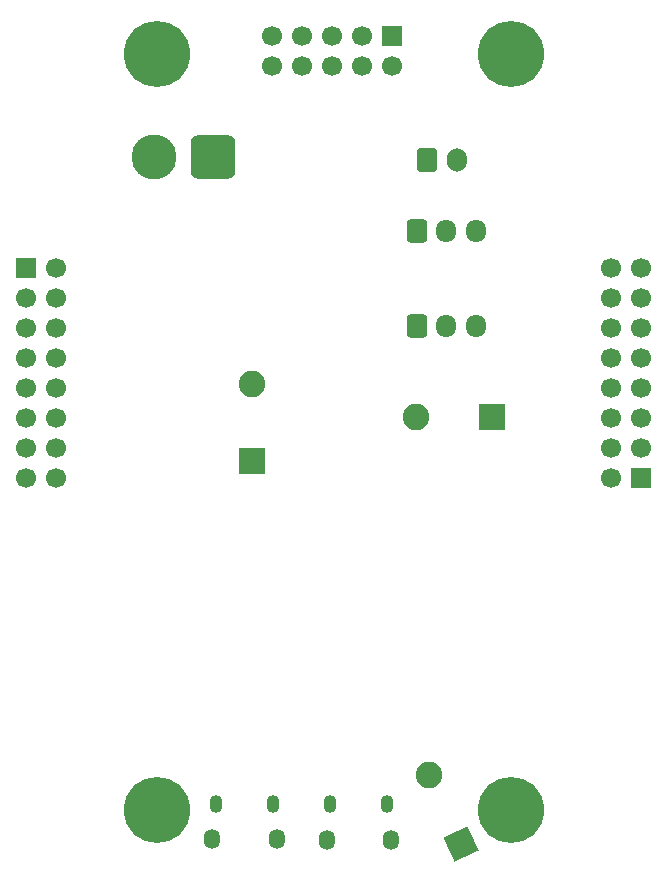
<source format=gbr>
%TF.GenerationSoftware,KiCad,Pcbnew,9.0.1*%
%TF.CreationDate,2025-04-26T03:22:34-04:00*%
%TF.ProjectId,MainBoardPCB,4d61696e-426f-4617-9264-5043422e6b69,rev?*%
%TF.SameCoordinates,Original*%
%TF.FileFunction,Soldermask,Bot*%
%TF.FilePolarity,Negative*%
%FSLAX46Y46*%
G04 Gerber Fmt 4.6, Leading zero omitted, Abs format (unit mm)*
G04 Created by KiCad (PCBNEW 9.0.1) date 2025-04-26 03:22:34*
%MOMM*%
%LPD*%
G01*
G04 APERTURE LIST*
G04 Aperture macros list*
%AMRoundRect*
0 Rectangle with rounded corners*
0 $1 Rounding radius*
0 $2 $3 $4 $5 $6 $7 $8 $9 X,Y pos of 4 corners*
0 Add a 4 corners polygon primitive as box body*
4,1,4,$2,$3,$4,$5,$6,$7,$8,$9,$2,$3,0*
0 Add four circle primitives for the rounded corners*
1,1,$1+$1,$2,$3*
1,1,$1+$1,$4,$5*
1,1,$1+$1,$6,$7*
1,1,$1+$1,$8,$9*
0 Add four rect primitives between the rounded corners*
20,1,$1+$1,$2,$3,$4,$5,0*
20,1,$1+$1,$4,$5,$6,$7,0*
20,1,$1+$1,$6,$7,$8,$9,0*
20,1,$1+$1,$8,$9,$2,$3,0*%
%AMRotRect*
0 Rectangle, with rotation*
0 The origin of the aperture is its center*
0 $1 length*
0 $2 width*
0 $3 Rotation angle, in degrees counterclockwise*
0 Add horizontal line*
21,1,$1,$2,0,0,$3*%
G04 Aperture macros list end*
%ADD10RoundRect,0.760000X1.140000X1.140000X-1.140000X1.140000X-1.140000X-1.140000X1.140000X-1.140000X0*%
%ADD11C,3.800000*%
%ADD12RotRect,2.250000X2.250000X205.000000*%
%ADD13C,2.250000*%
%ADD14R,1.700000X1.700000*%
%ADD15C,1.700000*%
%ADD16C,3.600000*%
%ADD17C,5.600000*%
%ADD18R,2.250000X2.250000*%
%ADD19RoundRect,0.250000X-0.600000X-0.725000X0.600000X-0.725000X0.600000X0.725000X-0.600000X0.725000X0*%
%ADD20O,1.700000X1.950000*%
%ADD21O,1.350000X1.700000*%
%ADD22O,1.100000X1.500000*%
%ADD23RoundRect,0.250000X-0.600000X-0.750000X0.600000X-0.750000X0.600000X0.750000X-0.600000X0.750000X0*%
%ADD24O,1.700000X2.000000*%
G04 APERTURE END LIST*
D10*
%TO.C,J6*%
X58300000Y-33700000D03*
D11*
X53300000Y-33700000D03*
%TD*%
D12*
%TO.C,BTSEL3*%
X79297019Y-91891000D03*
D13*
X76549999Y-86000000D03*
%TD*%
D14*
%TO.C,J4*%
X94540000Y-60890000D03*
D15*
X92000000Y-60890000D03*
X94540000Y-58350000D03*
X92000000Y-58350000D03*
X94540000Y-55810000D03*
X92000000Y-55810000D03*
X94540000Y-53270000D03*
X92000000Y-53270000D03*
X94540000Y-50730000D03*
X92000000Y-50730000D03*
X94540000Y-48190000D03*
X92000000Y-48190000D03*
X94540000Y-45650000D03*
X92000000Y-45650000D03*
X94540000Y-43110000D03*
X92000000Y-43110000D03*
%TD*%
D16*
%TO.C,H1*%
X53535500Y-25000000D03*
D17*
X53535500Y-25000000D03*
%TD*%
D14*
%TO.C,J9*%
X73460000Y-23460000D03*
D15*
X73460000Y-26000000D03*
X70920000Y-23460000D03*
X70920000Y-26000000D03*
X68380000Y-23460000D03*
X68380000Y-26000000D03*
X65840000Y-23460000D03*
X65840000Y-26000000D03*
X63300000Y-23460000D03*
X63300000Y-26000000D03*
%TD*%
D18*
%TO.C,BTSEL1*%
X61600000Y-59450000D03*
D13*
X61600000Y-52950000D03*
%TD*%
D19*
%TO.C,J7*%
X75550000Y-40000000D03*
D20*
X78050000Y-40000000D03*
X80550000Y-40000000D03*
%TD*%
D16*
%TO.C,H2*%
X83535500Y-25000000D03*
D17*
X83535500Y-25000000D03*
%TD*%
D21*
%TO.C,J2*%
X58230000Y-91470000D03*
D22*
X58540000Y-88470000D03*
X63380000Y-88470000D03*
D21*
X63690000Y-91470000D03*
%TD*%
D19*
%TO.C,J8*%
X75550000Y-48050000D03*
D20*
X78050000Y-48050000D03*
X80550000Y-48050000D03*
%TD*%
D18*
%TO.C,BTSEL2*%
X81950000Y-55700000D03*
D13*
X75450000Y-55700000D03*
%TD*%
D16*
%TO.C,H4*%
X53535500Y-89000000D03*
D17*
X53535500Y-89000000D03*
%TD*%
D16*
%TO.C,H3*%
X83535500Y-89000000D03*
D17*
X83535500Y-89000000D03*
%TD*%
D21*
%TO.C,J1*%
X67920000Y-91500000D03*
D22*
X68230000Y-88500000D03*
X73070000Y-88500000D03*
D21*
X73380000Y-91500000D03*
%TD*%
D14*
%TO.C,J3*%
X42460000Y-43110000D03*
D15*
X45000000Y-43110000D03*
X42460000Y-45650000D03*
X45000000Y-45650000D03*
X42460000Y-48190000D03*
X45000000Y-48190000D03*
X42460000Y-50730000D03*
X45000000Y-50730000D03*
X42460000Y-53270000D03*
X45000000Y-53270000D03*
X42460000Y-55810000D03*
X45000000Y-55810000D03*
X42460000Y-58350000D03*
X45000000Y-58350000D03*
X42460000Y-60890000D03*
X45000000Y-60890000D03*
%TD*%
D23*
%TO.C,J5*%
X76450000Y-34000000D03*
D24*
X78950000Y-34000000D03*
%TD*%
M02*

</source>
